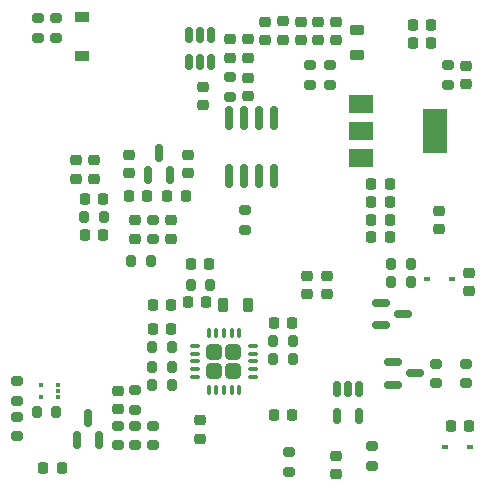
<source format=gbr>
%TF.GenerationSoftware,KiCad,Pcbnew,(6.0.7)*%
%TF.CreationDate,2022-09-21T11:21:43+02:00*%
%TF.ProjectId,CANpaca-EB-schematics,43414e70-6163-4612-9d45-422d73636865,rev?*%
%TF.SameCoordinates,Original*%
%TF.FileFunction,Paste,Bot*%
%TF.FilePolarity,Positive*%
%FSLAX46Y46*%
G04 Gerber Fmt 4.6, Leading zero omitted, Abs format (unit mm)*
G04 Created by KiCad (PCBNEW (6.0.7)) date 2022-09-21 11:21:43*
%MOMM*%
%LPD*%
G01*
G04 APERTURE LIST*
G04 Aperture macros list*
%AMRoundRect*
0 Rectangle with rounded corners*
0 $1 Rounding radius*
0 $2 $3 $4 $5 $6 $7 $8 $9 X,Y pos of 4 corners*
0 Add a 4 corners polygon primitive as box body*
4,1,4,$2,$3,$4,$5,$6,$7,$8,$9,$2,$3,0*
0 Add four circle primitives for the rounded corners*
1,1,$1+$1,$2,$3*
1,1,$1+$1,$4,$5*
1,1,$1+$1,$6,$7*
1,1,$1+$1,$8,$9*
0 Add four rect primitives between the rounded corners*
20,1,$1+$1,$2,$3,$4,$5,0*
20,1,$1+$1,$4,$5,$6,$7,0*
20,1,$1+$1,$6,$7,$8,$9,0*
20,1,$1+$1,$8,$9,$2,$3,0*%
G04 Aperture macros list end*
%ADD10RoundRect,0.225000X0.250000X-0.225000X0.250000X0.225000X-0.250000X0.225000X-0.250000X-0.225000X0*%
%ADD11RoundRect,0.200000X0.275000X-0.200000X0.275000X0.200000X-0.275000X0.200000X-0.275000X-0.200000X0*%
%ADD12RoundRect,0.225000X-0.250000X0.225000X-0.250000X-0.225000X0.250000X-0.225000X0.250000X0.225000X0*%
%ADD13RoundRect,0.225000X-0.225000X-0.250000X0.225000X-0.250000X0.225000X0.250000X-0.225000X0.250000X0*%
%ADD14RoundRect,0.200000X0.200000X0.275000X-0.200000X0.275000X-0.200000X-0.275000X0.200000X-0.275000X0*%
%ADD15RoundRect,0.225000X0.225000X0.250000X-0.225000X0.250000X-0.225000X-0.250000X0.225000X-0.250000X0*%
%ADD16RoundRect,0.200000X-0.275000X0.200000X-0.275000X-0.200000X0.275000X-0.200000X0.275000X0.200000X0*%
%ADD17R,0.600000X0.450000*%
%ADD18RoundRect,0.150000X-0.587500X-0.150000X0.587500X-0.150000X0.587500X0.150000X-0.587500X0.150000X0*%
%ADD19RoundRect,0.218750X-0.256250X0.218750X-0.256250X-0.218750X0.256250X-0.218750X0.256250X0.218750X0*%
%ADD20RoundRect,0.200000X-0.200000X-0.275000X0.200000X-0.275000X0.200000X0.275000X-0.200000X0.275000X0*%
%ADD21RoundRect,0.218750X0.256250X-0.218750X0.256250X0.218750X-0.256250X0.218750X-0.256250X-0.218750X0*%
%ADD22RoundRect,0.150000X0.150000X-0.587500X0.150000X0.587500X-0.150000X0.587500X-0.150000X-0.587500X0*%
%ADD23RoundRect,0.150000X0.150000X-0.512500X0.150000X0.512500X-0.150000X0.512500X-0.150000X-0.512500X0*%
%ADD24R,2.000000X1.500000*%
%ADD25R,2.000000X3.800000*%
%ADD26RoundRect,0.150000X-0.150000X0.512500X-0.150000X-0.512500X0.150000X-0.512500X0.150000X0.512500X0*%
%ADD27R,0.450000X0.300000*%
%ADD28RoundRect,0.150000X0.150000X-0.825000X0.150000X0.825000X-0.150000X0.825000X-0.150000X-0.825000X0*%
%ADD29RoundRect,0.218750X-0.381250X0.218750X-0.381250X-0.218750X0.381250X-0.218750X0.381250X0.218750X0*%
%ADD30RoundRect,0.250000X0.405000X0.405000X-0.405000X0.405000X-0.405000X-0.405000X0.405000X-0.405000X0*%
%ADD31RoundRect,0.075000X0.337500X0.075000X-0.337500X0.075000X-0.337500X-0.075000X0.337500X-0.075000X0*%
%ADD32RoundRect,0.075000X0.075000X0.337500X-0.075000X0.337500X-0.075000X-0.337500X0.075000X-0.337500X0*%
%ADD33R,1.200000X0.900000*%
%ADD34RoundRect,0.218750X-0.218750X-0.381250X0.218750X-0.381250X0.218750X0.381250X-0.218750X0.381250X0*%
G04 APERTURE END LIST*
D10*
%TO.C,C13*%
X81500000Y-48525000D03*
X81500000Y-46975000D03*
%TD*%
D11*
%TO.C,R15*%
X95750000Y-52825000D03*
X95750000Y-51175000D03*
%TD*%
D12*
%TO.C,C8*%
X86500000Y-52050000D03*
X86500000Y-53600000D03*
%TD*%
D13*
%TO.C,C7*%
X87975000Y-59250000D03*
X89525000Y-59250000D03*
%TD*%
D11*
%TO.C,R37*%
X88000000Y-71075000D03*
X88000000Y-69425000D03*
%TD*%
D14*
%TO.C,R10*%
X79825000Y-68250000D03*
X78175000Y-68250000D03*
%TD*%
D13*
%TO.C,C6*%
X87975000Y-61250000D03*
X89525000Y-61250000D03*
%TD*%
%TO.C,C31*%
X109975000Y-37000000D03*
X111525000Y-37000000D03*
%TD*%
D15*
%TO.C,C44*%
X108025000Y-50500000D03*
X106475000Y-50500000D03*
%TD*%
D13*
%TO.C,C33*%
X109975000Y-35500000D03*
X111525000Y-35500000D03*
%TD*%
D15*
%TO.C,C46*%
X99775000Y-60750000D03*
X98225000Y-60750000D03*
%TD*%
D11*
%TO.C,R14*%
X79750000Y-36575000D03*
X79750000Y-34925000D03*
%TD*%
D16*
%TO.C,R8*%
X88000000Y-52000000D03*
X88000000Y-53650000D03*
%TD*%
D12*
%TO.C,C25*%
X97500000Y-35225000D03*
X97500000Y-36775000D03*
%TD*%
%TO.C,C52*%
X85000000Y-66475000D03*
X85000000Y-68025000D03*
%TD*%
D14*
%TO.C,R2*%
X109825000Y-57250000D03*
X108175000Y-57250000D03*
%TD*%
D13*
%TO.C,C49*%
X98225000Y-68500000D03*
X99775000Y-68500000D03*
%TD*%
%TO.C,C2*%
X89225000Y-50000000D03*
X90775000Y-50000000D03*
%TD*%
D11*
%TO.C,R13*%
X103000000Y-40575000D03*
X103000000Y-38925000D03*
%TD*%
D14*
%TO.C,R26*%
X99825000Y-62250000D03*
X98175000Y-62250000D03*
%TD*%
D17*
%TO.C,D1*%
X113300000Y-57000000D03*
X111200000Y-57000000D03*
%TD*%
D16*
%TO.C,R31*%
X106500000Y-71175000D03*
X106500000Y-72825000D03*
%TD*%
D11*
%TO.C,R5*%
X112000000Y-65825000D03*
X112000000Y-64175000D03*
%TD*%
D10*
%TO.C,C4*%
X91000000Y-48025000D03*
X91000000Y-46475000D03*
%TD*%
D14*
%TO.C,R21*%
X89575000Y-64500000D03*
X87925000Y-64500000D03*
%TD*%
D15*
%TO.C,C45*%
X108025000Y-49000000D03*
X106475000Y-49000000D03*
%TD*%
D17*
%TO.C,D3*%
X114800000Y-71250000D03*
X112700000Y-71250000D03*
%TD*%
D18*
%TO.C,Q1*%
X107312500Y-60950000D03*
X107312500Y-59050000D03*
X109187500Y-60000000D03*
%TD*%
D16*
%TO.C,R33*%
X86500000Y-66425000D03*
X86500000Y-68075000D03*
%TD*%
D10*
%TO.C,C21*%
X96000000Y-38275000D03*
X96000000Y-36725000D03*
%TD*%
D18*
%TO.C,Q2*%
X108312500Y-65950000D03*
X108312500Y-64050000D03*
X110187500Y-65000000D03*
%TD*%
D13*
%TO.C,C15*%
X113225000Y-69500000D03*
X114775000Y-69500000D03*
%TD*%
D19*
%TO.C,L1*%
X99000000Y-35212500D03*
X99000000Y-36787500D03*
%TD*%
D16*
%TO.C,R36*%
X85000000Y-69425000D03*
X85000000Y-71075000D03*
%TD*%
D15*
%TO.C,C9*%
X80275000Y-73000000D03*
X78725000Y-73000000D03*
%TD*%
D14*
%TO.C,R27*%
X99825000Y-63750000D03*
X98175000Y-63750000D03*
%TD*%
D11*
%TO.C,R30*%
X99500000Y-73325000D03*
X99500000Y-71675000D03*
%TD*%
D20*
%TO.C,R12*%
X82175000Y-51750000D03*
X83825000Y-51750000D03*
%TD*%
D21*
%TO.C,D6*%
X114500000Y-40537500D03*
X114500000Y-38962500D03*
%TD*%
D22*
%TO.C,D2*%
X89450000Y-48187500D03*
X87550000Y-48187500D03*
X88500000Y-46312500D03*
%TD*%
D15*
%TO.C,C43*%
X108025000Y-52000000D03*
X106475000Y-52000000D03*
%TD*%
D16*
%TO.C,R7*%
X76500000Y-65675000D03*
X76500000Y-67325000D03*
%TD*%
D12*
%TO.C,C26*%
X100500000Y-35225000D03*
X100500000Y-36775000D03*
%TD*%
D11*
%TO.C,R22*%
X113000000Y-40575000D03*
X113000000Y-38925000D03*
%TD*%
%TO.C,R38*%
X86500000Y-71075000D03*
X86500000Y-69425000D03*
%TD*%
D23*
%TO.C,U4*%
X92950000Y-38637500D03*
X92000000Y-38637500D03*
X91050000Y-38637500D03*
X91050000Y-36362500D03*
X92000000Y-36362500D03*
X92950000Y-36362500D03*
%TD*%
D24*
%TO.C,U5*%
X105600000Y-46800000D03*
X105600000Y-44500000D03*
D25*
X111900000Y-44500000D03*
D24*
X105600000Y-42200000D03*
%TD*%
D26*
%TO.C,U9*%
X103550000Y-66362500D03*
X104500000Y-66362500D03*
X105450000Y-66362500D03*
X105450000Y-68637500D03*
X103550000Y-68637500D03*
%TD*%
D27*
%TO.C,U2*%
X79950000Y-66000000D03*
X79950000Y-66500000D03*
X79950000Y-67000000D03*
X78550000Y-67000000D03*
X78550000Y-66000000D03*
%TD*%
D16*
%TO.C,R17*%
X101250000Y-38925000D03*
X101250000Y-40575000D03*
%TD*%
%TO.C,R6*%
X114500000Y-64175000D03*
X114500000Y-65825000D03*
%TD*%
D22*
%TO.C,D7*%
X83450000Y-70687500D03*
X81550000Y-70687500D03*
X82500000Y-68812500D03*
%TD*%
D12*
%TO.C,C3*%
X86000000Y-46475000D03*
X86000000Y-48025000D03*
%TD*%
%TO.C,C32*%
X96000000Y-39975000D03*
X96000000Y-41525000D03*
%TD*%
D10*
%TO.C,C22*%
X112250000Y-52775000D03*
X112250000Y-51225000D03*
%TD*%
D12*
%TO.C,C5*%
X114750000Y-56475000D03*
X114750000Y-58025000D03*
%TD*%
D15*
%TO.C,C42*%
X108025000Y-53500000D03*
X106475000Y-53500000D03*
%TD*%
D12*
%TO.C,C50*%
X103500000Y-71975000D03*
X103500000Y-73525000D03*
%TD*%
D16*
%TO.C,R9*%
X76500000Y-68675000D03*
X76500000Y-70325000D03*
%TD*%
D12*
%TO.C,C30*%
X103500000Y-35225000D03*
X103500000Y-36775000D03*
%TD*%
D10*
%TO.C,C23*%
X92250000Y-42275000D03*
X92250000Y-40725000D03*
%TD*%
D16*
%TO.C,R19*%
X94500000Y-39925000D03*
X94500000Y-41575000D03*
%TD*%
D12*
%TO.C,C48*%
X101000000Y-56725000D03*
X101000000Y-58275000D03*
%TD*%
D15*
%TO.C,C34*%
X92525000Y-59000000D03*
X90975000Y-59000000D03*
%TD*%
D13*
%TO.C,C16*%
X91225000Y-55750000D03*
X92775000Y-55750000D03*
%TD*%
D28*
%TO.C,U6*%
X98230000Y-48325000D03*
X96960000Y-48325000D03*
X95690000Y-48325000D03*
X94420000Y-48325000D03*
X94420000Y-43375000D03*
X95690000Y-43375000D03*
X96960000Y-43375000D03*
X98230000Y-43375000D03*
%TD*%
D13*
%TO.C,C1*%
X85975000Y-50000000D03*
X87525000Y-50000000D03*
%TD*%
D16*
%TO.C,R20*%
X78250000Y-34925000D03*
X78250000Y-36575000D03*
%TD*%
D14*
%TO.C,R24*%
X89575000Y-62750000D03*
X87925000Y-62750000D03*
%TD*%
D12*
%TO.C,C47*%
X102750000Y-56725000D03*
X102750000Y-58275000D03*
%TD*%
D14*
%TO.C,R11*%
X92825000Y-57500000D03*
X91175000Y-57500000D03*
%TD*%
D13*
%TO.C,C10*%
X82225000Y-50250000D03*
X83775000Y-50250000D03*
%TD*%
D12*
%TO.C,C28*%
X102000000Y-35225000D03*
X102000000Y-36775000D03*
%TD*%
D10*
%TO.C,C19*%
X94500000Y-38275000D03*
X94500000Y-36725000D03*
%TD*%
D20*
%TO.C,R1*%
X108175000Y-55750000D03*
X109825000Y-55750000D03*
%TD*%
D14*
%TO.C,R25*%
X89575000Y-66000000D03*
X87925000Y-66000000D03*
%TD*%
D12*
%TO.C,C11*%
X89500000Y-52050000D03*
X89500000Y-53600000D03*
%TD*%
D29*
%TO.C,L2*%
X105250000Y-35937500D03*
X105250000Y-38062500D03*
%TD*%
D20*
%TO.C,R4*%
X86175000Y-55500000D03*
X87825000Y-55500000D03*
%TD*%
D30*
%TO.C,U8*%
X94810000Y-64810000D03*
X94810000Y-63190000D03*
X93190000Y-64810000D03*
X93190000Y-63190000D03*
D31*
X96437500Y-62700000D03*
X96437500Y-63350000D03*
X96437500Y-64000000D03*
X96437500Y-64650000D03*
X96437500Y-65300000D03*
D32*
X95300000Y-66437500D03*
X94650000Y-66437500D03*
X94000000Y-66437500D03*
X93350000Y-66437500D03*
X92700000Y-66437500D03*
D31*
X91562500Y-65300000D03*
X91562500Y-64650000D03*
X91562500Y-64000000D03*
X91562500Y-63350000D03*
X91562500Y-62700000D03*
D32*
X92700000Y-61562500D03*
X93350000Y-61562500D03*
X94000000Y-61562500D03*
X94650000Y-61562500D03*
X95300000Y-61562500D03*
%TD*%
D33*
%TO.C,D4*%
X82000000Y-34850000D03*
X82000000Y-38150000D03*
%TD*%
D10*
%TO.C,C14*%
X83000000Y-48525000D03*
X83000000Y-46975000D03*
%TD*%
D34*
%TO.C,L3*%
X93937500Y-59250000D03*
X96062500Y-59250000D03*
%TD*%
D12*
%TO.C,C18*%
X92000000Y-68975000D03*
X92000000Y-70525000D03*
%TD*%
D15*
%TO.C,C17*%
X83775000Y-53250000D03*
X82225000Y-53250000D03*
%TD*%
M02*

</source>
